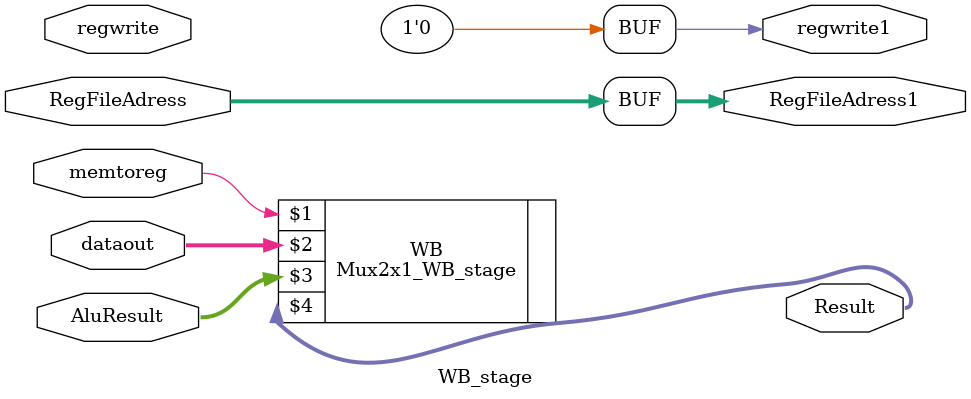
<source format=v>
module WB_stage (
input memtoreg,
input signed [31:0] dataout,
input signed [31:0] AluResult,
input regwrite,
input [4:0] RegFileAdress,
output reg regwrite1,
output reg [4:0] RegFileAdress1,
output  signed [31:0]Result
);
Mux2x1_WB_stage WB( memtoreg,dataout ,AluResult , Result) ;
always @(RegFileAdress or Result or regwrite)

begin
RegFileAdress1<=RegFileAdress;
#5
regwrite1=regwrite;
#1
regwrite1=0;
end


endmodule
 

</source>
